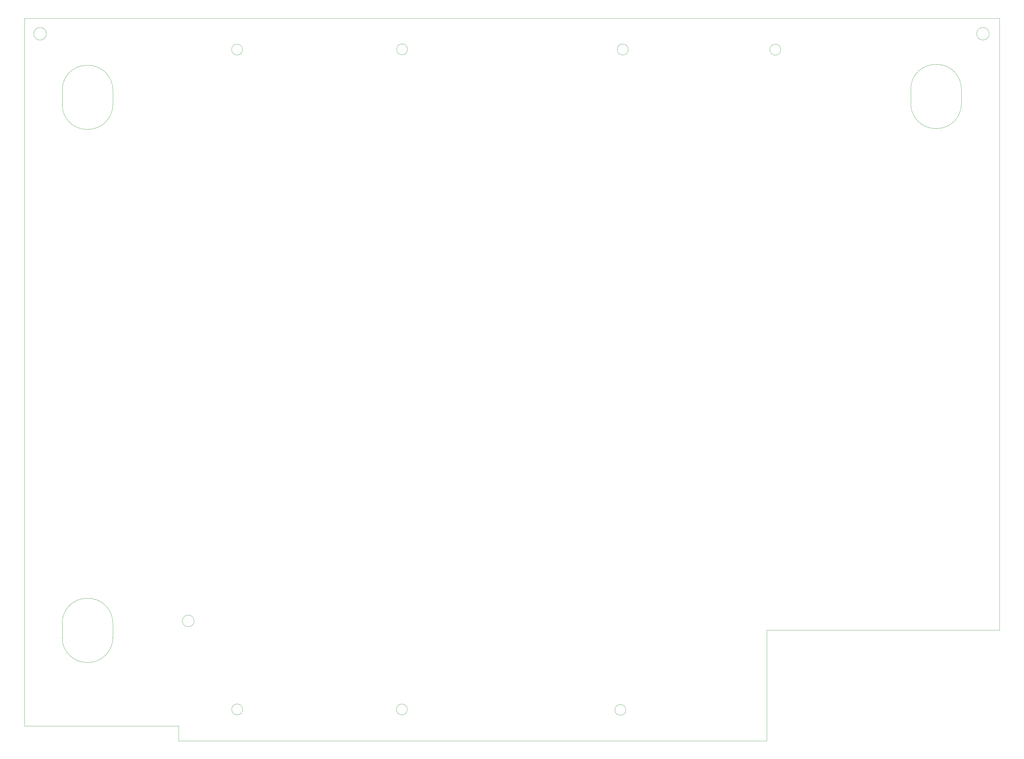
<source format=gm1>
G04 #@! TF.GenerationSoftware,KiCad,Pcbnew,7.0.7*
G04 #@! TF.CreationDate,2023-08-28T12:17:29+01:00*
G04 #@! TF.ProjectId,NeoGeoAES3_5,4e656f47-656f-4414-9553-335f352e6b69,BF1.1*
G04 #@! TF.SameCoordinates,Original*
G04 #@! TF.FileFunction,Profile,NP*
%FSLAX46Y46*%
G04 Gerber Fmt 4.6, Leading zero omitted, Abs format (unit mm)*
G04 Created by KiCad (PCBNEW 7.0.7) date 2023-08-28 12:17:29*
%MOMM*%
%LPD*%
G01*
G04 APERTURE LIST*
G04 #@! TA.AperFunction,Profile*
%ADD10C,0.100000*%
G04 #@! TD*
G04 APERTURE END LIST*
D10*
X158041786Y-43916600D02*
G75*
G03*
X158041786Y-43916600I-1730186J0D01*
G01*
X343040000Y-38950000D02*
G75*
G03*
X343040000Y-38950000I-2000000J0D01*
G01*
X105562401Y-43992800D02*
G75*
G03*
X105562401Y-43992800I-1730186J0D01*
G01*
X64334600Y-61521200D02*
X64334600Y-56821200D01*
X272260000Y-263810000D02*
X85260000Y-263810000D01*
X272260000Y-228590000D02*
X272260000Y-263810000D01*
X48234600Y-61521200D02*
G75*
G03*
X56084600Y-69371200I7850000J0D01*
G01*
X326320000Y-69100000D02*
G75*
G03*
X334170000Y-61250000I0J7850000D01*
G01*
X43200000Y-38975000D02*
G75*
G03*
X43200000Y-38975000I-2000000J0D01*
G01*
X56484600Y-218501600D02*
X56084600Y-218501600D01*
X64334600Y-56821200D02*
G75*
G03*
X56484600Y-48971200I-7850000J0D01*
G01*
X227460186Y-253990000D02*
G75*
G03*
X227460186Y-253990000I-1730186J0D01*
G01*
X56084600Y-218501600D02*
G75*
G03*
X48234600Y-226351600I0J-7850000D01*
G01*
X90180000Y-225710000D02*
G75*
G03*
X90180000Y-225710000I-1850000J0D01*
G01*
X56084600Y-238901600D02*
X56484600Y-238901600D01*
X64334600Y-231051600D02*
X64334600Y-226351600D01*
X334170000Y-61250000D02*
X334170000Y-56550000D01*
X325920000Y-69100000D02*
X326320000Y-69100000D01*
X56484600Y-48971200D02*
X56084600Y-48971200D01*
X36260000Y-34040000D02*
X346260000Y-34040000D01*
X85260000Y-259070000D02*
X36260000Y-259070000D01*
X56484600Y-238901600D02*
G75*
G03*
X64334600Y-231051600I0J7850000D01*
G01*
X48234600Y-226351600D02*
X48234600Y-231051600D01*
X36260000Y-259070000D02*
X36260000Y-34040000D01*
X334170000Y-56550000D02*
G75*
G03*
X326320000Y-48700000I-7850000J0D01*
G01*
X56484600Y-69371200D02*
G75*
G03*
X64334600Y-61521200I0J7850000D01*
G01*
X346260000Y-34040000D02*
X346260000Y-228590000D01*
X157988747Y-253847600D02*
G75*
G03*
X157988747Y-253847600I-1727947J0D01*
G01*
X105587801Y-253833075D02*
G75*
G03*
X105587801Y-253833075I-1730186J0D01*
G01*
X48234600Y-56821200D02*
X48234600Y-61521200D01*
X326320000Y-48700000D02*
X325920000Y-48700000D01*
X56084600Y-69371200D02*
X56484600Y-69371200D01*
X56084600Y-48971200D02*
G75*
G03*
X48234600Y-56821200I0J-7850000D01*
G01*
X318070000Y-61250000D02*
G75*
G03*
X325920000Y-69100000I7850000J0D01*
G01*
X85260000Y-263810000D02*
X85260000Y-259070000D01*
X318070000Y-56550000D02*
X318070000Y-61250000D01*
X48234600Y-231051600D02*
G75*
G03*
X56084600Y-238901600I7850000J0D01*
G01*
X64334600Y-226351600D02*
G75*
G03*
X56484600Y-218501600I-7850000J0D01*
G01*
X228244400Y-43967400D02*
G75*
G03*
X228244400Y-43967400I-1752600J0D01*
G01*
X276758400Y-44018200D02*
G75*
G03*
X276758400Y-44018200I-1752600J0D01*
G01*
X325920000Y-48700000D02*
G75*
G03*
X318070000Y-56550000I0J-7850000D01*
G01*
X346260000Y-228590000D02*
X272260000Y-228590000D01*
M02*

</source>
